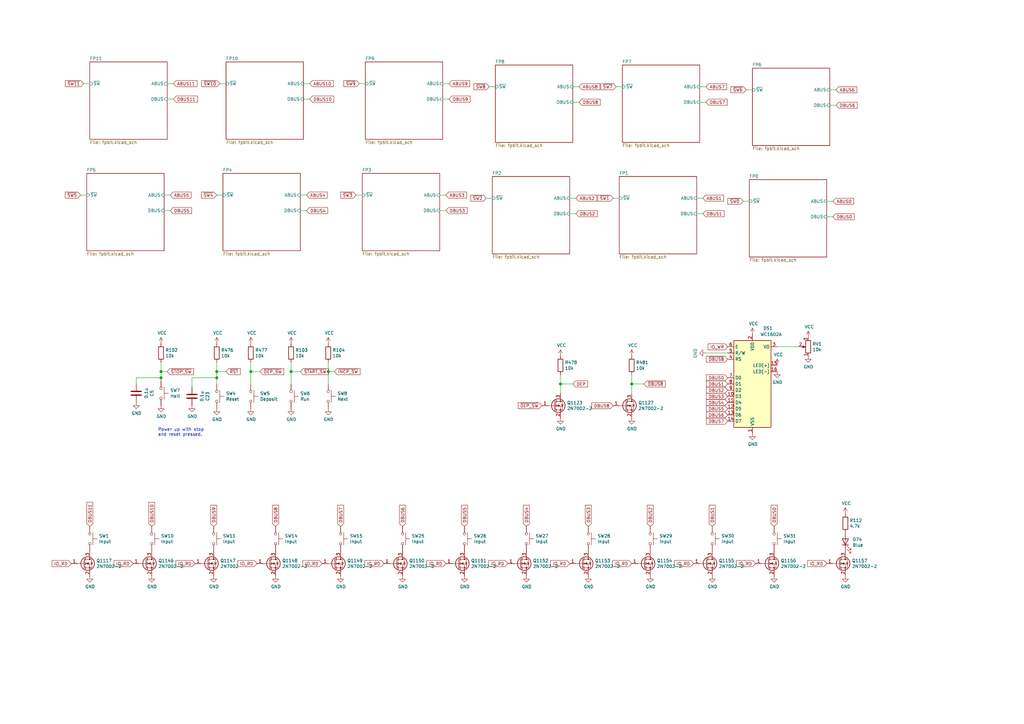
<source format=kicad_sch>
(kicad_sch (version 20210126) (generator eeschema)
  (paper "A3")
  (title_block (title "Q2 Front Panel") (date "2021-01-30") (rev "1") (company "joewing.net"))
  (lib_symbols
    (symbol "Device:C" (pin_numbers hide) (pin_names (offset 0.254))
      (property "Reference" "C" (at 0.635 2.54 0))
      (property "Value" "C" (at 0.635 -2.54 0))
      (symbol "C_0_1"
        (polyline (pts (xy -2.032 -0.762) (xy 2.032 -0.762)) (stroke (width 0.508)))
        (polyline (pts (xy -2.032 0.762) (xy 2.032 0.762)) (stroke (width 0.508)))
      )
      (symbol "C_1_1"
        (pin passive line (at 0 3.81 270) (length 2.794) (name "~") (number "1"))
        (pin passive line (at 0 -3.81 90) (length 2.794) (name "~") (number "2"))
      )
    )
    (symbol "Device:LED" (pin_numbers hide) (pin_names (offset 1.016) hide)
      (property "Reference" "D" (at 0 2.54 0))
      (property "Value" "LED" (at 0 -2.54 0))
      (symbol "LED_0_1"
        (polyline (pts (xy -1.27 -1.27) (xy -1.27 1.27)) (stroke (width 0.254)))
        (polyline (pts (xy -1.27 0) (xy 1.27 0)))
        (polyline (pts (xy 1.27 -1.27) (xy 1.27 1.27) (xy -1.27 0) (xy 1.27 -1.27)) (stroke (width 0.254)))
        (polyline (pts (xy -3.048 -0.762) (xy -4.572 -2.286) (xy -3.81 -2.286) (xy -4.572 -2.286) (xy -4.572 -1.524)))
        (polyline (pts (xy -1.778 -0.762) (xy -3.302 -2.286) (xy -2.54 -2.286) (xy -3.302 -2.286) (xy -3.302 -1.524)))
      )
      (symbol "LED_1_1"
        (pin passive line (at -3.81 0 0) (length 2.54) (name "K") (number "1"))
        (pin passive line (at 3.81 0 180) (length 2.54) (name "A") (number "2"))
      )
    )
    (symbol "Device:R" (pin_numbers hide) (pin_names (offset 0))
      (property "Reference" "R" (at 2.032 0 90))
      (property "Value" "R" (at 0 0 90))
      (symbol "R_0_1"
        (rectangle (start -1.016 -2.54) (end 1.016 2.54) (stroke (width 0.254)))
      )
      (symbol "R_1_1"
        (pin passive line (at 0 3.81 270) (length 1.27) (name "~") (number "1"))
        (pin passive line (at 0 -3.81 90) (length 1.27) (name "~") (number "2"))
      )
    )
    (symbol "Device:R_Potentiometer" (pin_names (offset 1.016) hide)
      (property "Reference" "RV" (at -4.445 0 90))
      (property "Value" "R_Potentiometer" (at -2.54 0 90))
      (symbol "R_Potentiometer_0_1"
        (rectangle (start 1.016 2.54) (end -1.016 -2.54) (stroke (width 0.254)))
        (polyline (pts (xy 2.54 0) (xy 1.524 0)))
        (polyline (pts (xy 1.143 0) (xy 2.286 0.508) (xy 2.286 -0.508) (xy 1.143 0)) (fill (type outline)))
      )
      (symbol "R_Potentiometer_1_1"
        (pin passive line (at 0 3.81 270) (length 1.27) (name "1") (number "1"))
        (pin passive line (at 3.81 0 180) (length 1.27) (name "2") (number "2"))
        (pin passive line (at 0 -3.81 90) (length 1.27) (name "3") (number "3"))
      )
    )
    (symbol "Display_Character:WC1602A"
      (property "Reference" "DS" (at -5.842 19.05 0))
      (property "Value" "WC1602A" (at 5.334 19.05 0))
      (symbol "WC1602A_1_1"
        (rectangle (start -7.62 17.78) (end 7.62 -17.78) (stroke (width 0.254)) (fill (type background)))
        (pin power_in line (at 0 -20.32 90) (length 2.54) (name "VSS") (number "1"))
        (pin input line (at -10.16 -5.08 0) (length 2.54) (name "D3") (number "10"))
        (pin input line (at -10.16 -7.62 0) (length 2.54) (name "D4") (number "11"))
        (pin input line (at -10.16 -10.16 0) (length 2.54) (name "D5") (number "12"))
        (pin input line (at -10.16 -12.7 0) (length 2.54) (name "D6") (number "13"))
        (pin input line (at -10.16 -15.24 0) (length 2.54) (name "D7") (number "14"))
        (pin power_in line (at 10.16 7.62 180) (length 2.54) (name "LED(+)") (number "15"))
        (pin power_in line (at 10.16 5.08 180) (length 2.54) (name "LED(-)") (number "16"))
        (pin power_in line (at 0 20.32 270) (length 2.54) (name "VDD") (number "2"))
        (pin input line (at 10.16 15.24 180) (length 2.54) (name "VO") (number "3"))
        (pin input line (at -10.16 10.16 0) (length 2.54) (name "RS") (number "4"))
        (pin input line (at -10.16 12.7 0) (length 2.54) (name "R/W") (number "5"))
        (pin input line (at -10.16 15.24 0) (length 2.54) (name "E") (number "6"))
        (pin input line (at -10.16 2.54 0) (length 2.54) (name "D0") (number "7"))
        (pin input line (at -10.16 0 0) (length 2.54) (name "D1") (number "8"))
        (pin input line (at -10.16 -2.54 0) (length 2.54) (name "D2") (number "9"))
      )
    )
    (symbol "Switch:SW_Push" (pin_numbers hide) (pin_names (offset 1.016) hide)
      (property "Reference" "SW" (at 1.27 2.54 0))
      (property "Value" "SW_Push" (at 0 -1.524 0))
      (symbol "SW_Push_0_1"
        (circle (center -2.032 0) (radius 0.508))
        (circle (center 2.032 0) (radius 0.508))
        (polyline (pts (xy 0 1.27) (xy 0 3.048)))
        (polyline (pts (xy 2.54 1.27) (xy -2.54 1.27)))
        (pin passive line (at -5.08 0 0) (length 2.54) (name "1") (number "1"))
        (pin passive line (at 5.08 0 180) (length 2.54) (name "2") (number "2"))
      )
    )
    (symbol "Transistor_FET:2N7002" (pin_names hide)
      (property "Reference" "Q" (at 5.08 1.905 0))
      (property "Value" "2N7002" (at 5.08 0 0))
      (symbol "2N7002_0_1"
        (circle (center 1.651 0) (radius 2.794) (stroke (width 0.254)))
        (circle (center 2.54 -1.778) (radius 0.254) (fill (type outline)))
        (circle (center 2.54 1.778) (radius 0.254) (fill (type outline)))
        (polyline (pts (xy 0.254 0) (xy -2.54 0)))
        (polyline (pts (xy 0.254 1.905) (xy 0.254 -1.905)) (stroke (width 0.254)))
        (polyline (pts (xy 0.762 -1.27) (xy 0.762 -2.286)) (stroke (width 0.254)))
        (polyline (pts (xy 0.762 0.508) (xy 0.762 -0.508)) (stroke (width 0.254)))
        (polyline (pts (xy 0.762 2.286) (xy 0.762 1.27)) (stroke (width 0.254)))
        (polyline (pts (xy 2.54 2.54) (xy 2.54 1.778)))
        (polyline (pts (xy 2.54 -2.54) (xy 2.54 0) (xy 0.762 0)))
        (polyline (pts (xy 0.762 -1.778) (xy 3.302 -1.778) (xy 3.302 1.778) (xy 0.762 1.778)))
        (polyline (pts (xy 1.016 0) (xy 2.032 0.381) (xy 2.032 -0.381) (xy 1.016 0)) (fill (type outline)))
        (polyline (pts (xy 2.794 0.508) (xy 2.921 0.381) (xy 3.683 0.381) (xy 3.81 0.254)))
        (polyline (pts (xy 3.302 0.381) (xy 2.921 -0.254) (xy 3.683 -0.254) (xy 3.302 0.381)))
      )
      (symbol "2N7002_1_1"
        (pin input line (at -5.08 0 0) (length 2.54) (name "G") (number "1"))
        (pin passive line (at 2.54 -5.08 90) (length 2.54) (name "S") (number "2"))
        (pin passive line (at 2.54 5.08 270) (length 2.54) (name "D") (number "3"))
      )
    )
    (symbol "power:GND" (power) (pin_names (offset 0))
      (property "Value" "GND" (at 0 -3.81 0))
      (symbol "GND_0_1"
        (polyline (pts (xy 0 0) (xy 0 -1.27) (xy 1.27 -1.27) (xy 0 -2.54) (xy -1.27 -1.27) (xy 0 -1.27)))
      )
      (symbol "GND_1_1"
        (pin power_in line (at 0 0 270) (length 0) hide (name "GND") (number "1"))
      )
    )
    (symbol "power:VCC" (power) (pin_names (offset 0))
      (property "Value" "VCC" (at 0 3.81 0))
      (symbol "VCC_0_1"
        (polyline (pts (xy -0.762 1.27) (xy 0 2.54)))
        (polyline (pts (xy 0 0) (xy 0 2.54)))
        (polyline (pts (xy 0 2.54) (xy 0.762 1.27)))
      )
      (symbol "VCC_1_1"
        (pin power_in line (at 0 0 90) (length 0) hide (name "VCC") (number "1"))
      )
    )
  )
  (junction (at 66.04 152.4) (diameter 1.016))
  (junction (at 66.04 154.94) (diameter 1.016))
  (junction (at 88.9 152.4) (diameter 1.016))
  (junction (at 88.9 154.94) (diameter 1.016))
  (junction (at 102.87 152.4) (diameter 1.016))
  (junction (at 119.38 152.4) (diameter 1.016))
  (junction (at 134.62 152.4) (diameter 1.016))
  (junction (at 229.87 157.48) (diameter 1.016))
  (junction (at 259.08 157.48) (diameter 1.016))
  (wire (pts (xy 33.02 80.01) (xy 35.56 80.01)))
  (wire (pts (xy 34.29 34.29) (xy 36.83 34.29)))
  (wire (pts (xy 55.88 154.94) (xy 55.88 157.48)))
  (wire (pts (xy 55.88 154.94) (xy 66.04 154.94)))
  (wire (pts (xy 66.04 148.59) (xy 66.04 152.4)))
  (wire (pts (xy 66.04 152.4) (xy 66.04 154.94)))
  (wire (pts (xy 66.04 152.4) (xy 68.58 152.4)))
  (wire (pts (xy 66.04 154.94) (xy 66.04 156.21)))
  (wire (pts (xy 69.85 80.01) (xy 67.31 80.01)))
  (wire (pts (xy 69.85 86.36) (xy 67.31 86.36)))
  (wire (pts (xy 71.12 34.29) (xy 68.58 34.29)))
  (wire (pts (xy 71.12 40.64) (xy 68.58 40.64)))
  (wire (pts (xy 78.74 154.94) (xy 78.74 158.75)))
  (wire (pts (xy 88.9 80.01) (xy 91.44 80.01)))
  (wire (pts (xy 88.9 148.59) (xy 88.9 152.4)))
  (wire (pts (xy 88.9 152.4) (xy 88.9 154.94)))
  (wire (pts (xy 88.9 152.4) (xy 92.71 152.4)))
  (wire (pts (xy 88.9 154.94) (xy 78.74 154.94)))
  (wire (pts (xy 88.9 154.94) (xy 88.9 157.48)))
  (wire (pts (xy 90.17 34.29) (xy 92.71 34.29)))
  (wire (pts (xy 102.87 152.4) (xy 102.87 148.59)))
  (wire (pts (xy 102.87 152.4) (xy 106.68 152.4)))
  (wire (pts (xy 102.87 157.48) (xy 102.87 152.4)))
  (wire (pts (xy 119.38 148.59) (xy 119.38 152.4)))
  (wire (pts (xy 119.38 152.4) (xy 119.38 157.48)))
  (wire (pts (xy 123.19 152.4) (xy 119.38 152.4)))
  (wire (pts (xy 125.73 80.01) (xy 123.19 80.01)))
  (wire (pts (xy 125.73 86.36) (xy 123.19 86.36)))
  (wire (pts (xy 127 34.29) (xy 124.46 34.29)))
  (wire (pts (xy 127 40.64) (xy 124.46 40.64)))
  (wire (pts (xy 134.62 148.59) (xy 134.62 152.4)))
  (wire (pts (xy 134.62 152.4) (xy 134.62 157.48)))
  (wire (pts (xy 137.16 152.4) (xy 134.62 152.4)))
  (wire (pts (xy 146.05 80.01) (xy 148.59 80.01)))
  (wire (pts (xy 147.32 34.29) (xy 149.86 34.29)))
  (wire (pts (xy 182.88 80.01) (xy 180.34 80.01)))
  (wire (pts (xy 182.88 86.36) (xy 180.34 86.36)))
  (wire (pts (xy 184.15 34.29) (xy 181.61 34.29)))
  (wire (pts (xy 184.15 40.64) (xy 181.61 40.64)))
  (wire (pts (xy 199.39 81.28) (xy 201.93 81.28)))
  (wire (pts (xy 200.66 35.56) (xy 203.2 35.56)))
  (wire (pts (xy 229.87 153.67) (xy 229.87 157.48)))
  (wire (pts (xy 229.87 157.48) (xy 229.87 161.29)))
  (wire (pts (xy 229.87 157.48) (xy 234.95 157.48)))
  (wire (pts (xy 236.22 81.28) (xy 233.68 81.28)))
  (wire (pts (xy 236.22 87.63) (xy 233.68 87.63)))
  (wire (pts (xy 237.49 35.56) (xy 234.95 35.56)))
  (wire (pts (xy 237.49 41.91) (xy 234.95 41.91)))
  (wire (pts (xy 251.46 81.28) (xy 254 81.28)))
  (wire (pts (xy 252.73 35.56) (xy 255.27 35.56)))
  (wire (pts (xy 259.08 153.67) (xy 259.08 157.48)))
  (wire (pts (xy 259.08 157.48) (xy 259.08 161.29)))
  (wire (pts (xy 259.08 157.48) (xy 264.16 157.48)))
  (wire (pts (xy 288.29 81.28) (xy 285.75 81.28)))
  (wire (pts (xy 288.29 87.63) (xy 285.75 87.63)))
  (wire (pts (xy 289.56 35.56) (xy 287.02 35.56)))
  (wire (pts (xy 289.56 41.91) (xy 287.02 41.91)))
  (wire (pts (xy 289.56 144.78) (xy 298.45 144.78)))
  (wire (pts (xy 304.8 82.55) (xy 307.34 82.55)))
  (wire (pts (xy 306.07 36.83) (xy 308.61 36.83)))
  (wire (pts (xy 318.77 142.24) (xy 327.66 142.24)))
  (wire (pts (xy 341.63 82.55) (xy 339.09 82.55)))
  (wire (pts (xy 341.63 88.9) (xy 339.09 88.9)))
  (wire (pts (xy 342.9 36.83) (xy 340.36 36.83)))
  (wire (pts (xy 342.9 43.18) (xy 340.36 43.18)))
  (text "Power up with stop\nand reset pressed." (at 64.77 179.07 0) (effects (font (size 1.27 1.27)) (justify left bottom)))
  (global_label "IO_RD" (shape input) (at 29.21 231.14 180) (property "Intersheet References" "${INTERSHEET_REFS}" (effects hide)))
  (global_label "~SW5" (shape input) (at 33.02 80.01 180) (property "Intersheet References" "${INTERSHEET_REFS}" (effects hide)))
  (global_label "~SW11" (shape input) (at 34.29 34.29 180) (property "Intersheet References" "${INTERSHEET_REFS}" (effects hide)))
  (global_label "DBUS11" (shape input) (at 36.83 215.9 90) (property "Intersheet References" "${INTERSHEET_REFS}" (effects hide)))
  (global_label "IO_RD" (shape input) (at 54.61 231.14 180) (property "Intersheet References" "${INTERSHEET_REFS}" (effects hide)))
  (global_label "DBUS10" (shape input) (at 62.23 215.9 90) (property "Intersheet References" "${INTERSHEET_REFS}" (effects hide)))
  (global_label "~STOP_SW" (shape input) (at 68.58 152.4 0) (property "Intersheet References" "${INTERSHEET_REFS}" (effects hide)))
  (global_label "ABUS5" (shape input) (at 69.85 80.01 0) (property "Intersheet References" "${INTERSHEET_REFS}" (effects hide)))
  (global_label "DBUS5" (shape input) (at 69.85 86.36 0) (property "Intersheet References" "${INTERSHEET_REFS}" (effects hide)))
  (global_label "ABUS11" (shape input) (at 71.12 34.29 0) (property "Intersheet References" "${INTERSHEET_REFS}" (effects hide)))
  (global_label "DBUS11" (shape input) (at 71.12 40.64 0) (property "Intersheet References" "${INTERSHEET_REFS}" (effects hide)))
  (global_label "IO_RD" (shape input) (at 80.01 231.14 180) (property "Intersheet References" "${INTERSHEET_REFS}" (effects hide)))
  (global_label "DBUS9" (shape input) (at 87.63 215.9 90) (property "Intersheet References" "${INTERSHEET_REFS}" (effects hide)))
  (global_label "~SW4" (shape input) (at 88.9 80.01 180) (property "Intersheet References" "${INTERSHEET_REFS}" (effects hide)))
  (global_label "~SW10" (shape input) (at 90.17 34.29 180) (property "Intersheet References" "${INTERSHEET_REFS}" (effects hide)))
  (global_label "~RST" (shape input) (at 92.71 152.4 0) (property "Intersheet References" "${INTERSHEET_REFS}" (effects hide)))
  (global_label "IO_RD" (shape input) (at 105.41 231.14 180) (property "Intersheet References" "${INTERSHEET_REFS}" (effects hide)))
  (global_label "~DEP_SW" (shape input) (at 106.68 152.4 0) (property "Intersheet References" "${INTERSHEET_REFS}" (effects hide)))
  (global_label "DBUS8" (shape input) (at 113.03 215.9 90) (property "Intersheet References" "${INTERSHEET_REFS}" (effects hide)))
  (global_label "~START_SW" (shape input) (at 123.19 152.4 0) (property "Intersheet References" "${INTERSHEET_REFS}" (effects hide)))
  (global_label "ABUS4" (shape input) (at 125.73 80.01 0) (property "Intersheet References" "${INTERSHEET_REFS}" (effects hide)))
  (global_label "DBUS4" (shape input) (at 125.73 86.36 0) (property "Intersheet References" "${INTERSHEET_REFS}" (effects hide)))
  (global_label "ABUS10" (shape input) (at 127 34.29 0) (property "Intersheet References" "${INTERSHEET_REFS}" (effects hide)))
  (global_label "DBUS10" (shape input) (at 127 40.64 0) (property "Intersheet References" "${INTERSHEET_REFS}" (effects hide)))
  (global_label "IO_RD" (shape input) (at 132.08 231.14 180) (property "Intersheet References" "${INTERSHEET_REFS}" (effects hide)))
  (global_label "~INCP_SW" (shape input) (at 137.16 152.4 0) (property "Intersheet References" "${INTERSHEET_REFS}" (effects hide)))
  (global_label "DBUS7" (shape input) (at 139.7 215.9 90) (property "Intersheet References" "${INTERSHEET_REFS}" (effects hide)))
  (global_label "~SW3" (shape input) (at 146.05 80.01 180) (property "Intersheet References" "${INTERSHEET_REFS}" (effects hide)))
  (global_label "~SW9" (shape input) (at 147.32 34.29 180) (property "Intersheet References" "${INTERSHEET_REFS}" (effects hide)))
  (global_label "IO_RD" (shape input) (at 157.48 231.14 180) (property "Intersheet References" "${INTERSHEET_REFS}" (effects hide)))
  (global_label "DBUS6" (shape input) (at 165.1 215.9 90) (property "Intersheet References" "${INTERSHEET_REFS}" (effects hide)))
  (global_label "ABUS3" (shape input) (at 182.88 80.01 0) (property "Intersheet References" "${INTERSHEET_REFS}" (effects hide)))
  (global_label "DBUS3" (shape input) (at 182.88 86.36 0) (property "Intersheet References" "${INTERSHEET_REFS}" (effects hide)))
  (global_label "IO_RD" (shape input) (at 182.88 231.14 180) (property "Intersheet References" "${INTERSHEET_REFS}" (effects hide)))
  (global_label "ABUS9" (shape input) (at 184.15 34.29 0) (property "Intersheet References" "${INTERSHEET_REFS}" (effects hide)))
  (global_label "DBUS9" (shape input) (at 184.15 40.64 0) (property "Intersheet References" "${INTERSHEET_REFS}" (effects hide)))
  (global_label "DBUS5" (shape input) (at 190.5 215.9 90) (property "Intersheet References" "${INTERSHEET_REFS}" (effects hide)))
  (global_label "~SW2" (shape input) (at 199.39 81.28 180) (property "Intersheet References" "${INTERSHEET_REFS}" (effects hide)))
  (global_label "~SW8" (shape input) (at 200.66 35.56 180) (property "Intersheet References" "${INTERSHEET_REFS}" (effects hide)))
  (global_label "IO_RD" (shape input) (at 208.28 231.14 180) (property "Intersheet References" "${INTERSHEET_REFS}" (effects hide)))
  (global_label "DBUS4" (shape input) (at 215.9 215.9 90) (property "Intersheet References" "${INTERSHEET_REFS}" (effects hide)))
  (global_label "~DEP_SW" (shape input) (at 222.25 166.37 180) (property "Intersheet References" "${INTERSHEET_REFS}" (effects hide)))
  (global_label "IO_RD" (shape input) (at 233.68 231.14 180) (property "Intersheet References" "${INTERSHEET_REFS}" (effects hide)))
  (global_label "DEP" (shape input) (at 234.95 157.48 0) (property "Intersheet References" "${INTERSHEET_REFS}" (effects hide)))
  (global_label "ABUS2" (shape input) (at 236.22 81.28 0) (property "Intersheet References" "${INTERSHEET_REFS}" (effects hide)))
  (global_label "DBUS2" (shape input) (at 236.22 87.63 0) (property "Intersheet References" "${INTERSHEET_REFS}" (effects hide)))
  (global_label "ABUS8" (shape input) (at 237.49 35.56 0) (property "Intersheet References" "${INTERSHEET_REFS}" (effects hide)))
  (global_label "DBUS8" (shape input) (at 237.49 41.91 0) (property "Intersheet References" "${INTERSHEET_REFS}" (effects hide)))
  (global_label "DBUS3" (shape input) (at 241.3 215.9 90) (property "Intersheet References" "${INTERSHEET_REFS}" (effects hide)))
  (global_label "~SW1" (shape input) (at 251.46 81.28 180) (property "Intersheet References" "${INTERSHEET_REFS}" (effects hide)))
  (global_label "DBUS8" (shape input) (at 251.46 166.37 180) (property "Intersheet References" "${INTERSHEET_REFS}" (effects hide)))
  (global_label "~SW7" (shape input) (at 252.73 35.56 180) (property "Intersheet References" "${INTERSHEET_REFS}" (effects hide)))
  (global_label "IO_RD" (shape input) (at 259.08 231.14 180) (property "Intersheet References" "${INTERSHEET_REFS}" (effects hide)))
  (global_label "~DBUS8" (shape input) (at 264.16 157.48 0) (property "Intersheet References" "${INTERSHEET_REFS}" (effects hide)))
  (global_label "DBUS2" (shape input) (at 266.7 215.9 90) (property "Intersheet References" "${INTERSHEET_REFS}" (effects hide)))
  (global_label "IO_RD" (shape input) (at 284.48 231.14 180) (property "Intersheet References" "${INTERSHEET_REFS}" (effects hide)))
  (global_label "ABUS1" (shape input) (at 288.29 81.28 0) (property "Intersheet References" "${INTERSHEET_REFS}" (effects hide)))
  (global_label "DBUS1" (shape input) (at 288.29 87.63 0) (property "Intersheet References" "${INTERSHEET_REFS}" (effects hide)))
  (global_label "ABUS7" (shape input) (at 289.56 35.56 0) (property "Intersheet References" "${INTERSHEET_REFS}" (effects hide)))
  (global_label "DBUS7" (shape input) (at 289.56 41.91 0) (property "Intersheet References" "${INTERSHEET_REFS}" (effects hide)))
  (global_label "DBUS1" (shape input) (at 292.1 215.9 90) (property "Intersheet References" "${INTERSHEET_REFS}" (effects hide)))
  (global_label "IO_WR" (shape input) (at 298.45 142.24 180) (property "Intersheet References" "${INTERSHEET_REFS}" (effects hide)))
  (global_label "~DBUS8" (shape input) (at 298.45 147.32 180) (property "Intersheet References" "${INTERSHEET_REFS}" (effects hide)))
  (global_label "DBUS0" (shape input) (at 298.45 154.94 180) (property "Intersheet References" "${INTERSHEET_REFS}" (effects hide)))
  (global_label "DBUS1" (shape input) (at 298.45 157.48 180) (property "Intersheet References" "${INTERSHEET_REFS}" (effects hide)))
  (global_label "DBUS2" (shape input) (at 298.45 160.02 180) (property "Intersheet References" "${INTERSHEET_REFS}" (effects hide)))
  (global_label "DBUS3" (shape input) (at 298.45 162.56 180) (property "Intersheet References" "${INTERSHEET_REFS}" (effects hide)))
  (global_label "DBUS4" (shape input) (at 298.45 165.1 180) (property "Intersheet References" "${INTERSHEET_REFS}" (effects hide)))
  (global_label "DBUS5" (shape input) (at 298.45 167.64 180) (property "Intersheet References" "${INTERSHEET_REFS}" (effects hide)))
  (global_label "DBUS6" (shape input) (at 298.45 170.18 180) (property "Intersheet References" "${INTERSHEET_REFS}" (effects hide)))
  (global_label "DBUS7" (shape input) (at 298.45 172.72 180) (property "Intersheet References" "${INTERSHEET_REFS}" (effects hide)))
  (global_label "~SW0" (shape input) (at 304.8 82.55 180) (property "Intersheet References" "${INTERSHEET_REFS}" (effects hide)))
  (global_label "~SW6" (shape input) (at 306.07 36.83 180) (property "Intersheet References" "${INTERSHEET_REFS}" (effects hide)))
  (global_label "IO_RD" (shape input) (at 309.88 231.14 180) (property "Intersheet References" "${INTERSHEET_REFS}" (effects hide)))
  (global_label "DBUS0" (shape input) (at 317.5 215.9 90) (property "Intersheet References" "${INTERSHEET_REFS}" (effects hide)))
  (global_label "IO_RD" (shape input) (at 339.09 231.14 180) (property "Intersheet References" "${INTERSHEET_REFS}" (effects hide)))
  (global_label "ABUS0" (shape input) (at 341.63 82.55 0) (property "Intersheet References" "${INTERSHEET_REFS}" (effects hide)))
  (global_label "DBUS0" (shape input) (at 341.63 88.9 0) (property "Intersheet References" "${INTERSHEET_REFS}" (effects hide)))
  (global_label "ABUS6" (shape input) (at 342.9 36.83 0) (property "Intersheet References" "${INTERSHEET_REFS}" (effects hide)))
  (global_label "DBUS6" (shape input) (at 342.9 43.18 0) (property "Intersheet References" "${INTERSHEET_REFS}" (effects hide)))
  (symbol (lib_id "power:VCC") (at 66.04 140.97 0) (unit 1)
    (property "Reference" "#PWR077" (effects hide))
    (property "Value" "VCC" (at 66.4718 136.5758 0))
  )
  (symbol (lib_id "power:VCC") (at 88.9 140.97 0) (unit 1)
    (property "Reference" "#PWR0956" (effects hide))
    (property "Value" "VCC" (at 89.3318 136.5758 0))
  )
  (symbol (lib_id "power:VCC") (at 102.87 140.97 0) (unit 1)
    (property "Reference" "#PWR0957" (effects hide))
    (property "Value" "VCC" (at 103.3018 136.5758 0))
  )
  (symbol (lib_id "power:VCC") (at 119.38 140.97 0) (unit 1)
    (property "Reference" "#PWR078" (effects hide))
    (property "Value" "VCC" (at 119.8118 136.5758 0))
  )
  (symbol (lib_id "power:VCC") (at 134.62 140.97 0) (unit 1)
    (property "Reference" "#PWR079" (effects hide))
    (property "Value" "VCC" (at 135.0518 136.5758 0))
  )
  (symbol (lib_id "power:VCC") (at 229.87 146.05 0) (unit 1)
    (property "Reference" "#PWR0958" (effects hide))
    (property "Value" "VCC" (at 230.3018 141.6558 0))
  )
  (symbol (lib_id "power:VCC") (at 259.08 146.05 0) (unit 1)
    (property "Reference" "#PWR0973" (effects hide))
    (property "Value" "VCC" (at 259.5118 141.6558 0))
  )
  (symbol (lib_id "power:VCC") (at 308.61 137.16 0) (unit 1)
    (property "Reference" "#PWR0971" (effects hide))
    (property "Value" "VCC" (at 309.0418 132.7658 0))
  )
  (symbol (lib_id "power:VCC") (at 318.77 149.86 0) (unit 1)
    (property "Reference" "#PWR0979" (effects hide))
    (property "Value" "VCC" (at 319.2018 145.4658 0))
  )
  (symbol (lib_id "power:VCC") (at 331.47 138.43 0) (unit 1)
    (property "Reference" "#PWR0978" (effects hide))
    (property "Value" "VCC" (at 331.9018 134.0358 0))
  )
  (symbol (lib_id "power:VCC") (at 346.71 210.82 0) (unit 1)
    (property "Reference" "#PWR01072" (effects hide))
    (property "Value" "VCC" (at 347.1418 206.4258 0))
  )
  (symbol (lib_id "power:GND") (at 36.83 236.22 0) (unit 1)
    (property "Reference" "#PWR01046" (effects hide))
    (property "Value" "GND" (at 36.957 240.6142 0))
  )
  (symbol (lib_id "power:GND") (at 55.88 165.1 0) (unit 1)
    (property "Reference" "#PWR080" (effects hide))
    (property "Value" "GND" (at 56.007 169.4942 0))
  )
  (symbol (lib_id "power:GND") (at 62.23 236.22 0) (unit 1)
    (property "Reference" "#PWR01047" (effects hide))
    (property "Value" "GND" (at 62.357 240.6142 0))
  )
  (symbol (lib_id "power:GND") (at 66.04 166.37 0) (unit 1)
    (property "Reference" "#PWR0962" (effects hide))
    (property "Value" "GND" (at 66.167 170.7642 0))
  )
  (symbol (lib_id "power:GND") (at 78.74 166.37 0) (unit 1)
    (property "Reference" "#PWR01042" (effects hide))
    (property "Value" "GND" (at 78.867 170.7642 0))
  )
  (symbol (lib_id "power:GND") (at 87.63 236.22 0) (unit 1)
    (property "Reference" "#PWR01048" (effects hide))
    (property "Value" "GND" (at 87.757 240.6142 0))
  )
  (symbol (lib_id "power:GND") (at 88.9 167.64 0) (unit 1)
    (property "Reference" "#PWR0959" (effects hide))
    (property "Value" "GND" (at 89.027 172.0342 0))
  )
  (symbol (lib_id "power:GND") (at 102.87 167.64 0) (unit 1)
    (property "Reference" "#PWR0960" (effects hide))
    (property "Value" "GND" (at 102.997 172.0342 0))
  )
  (symbol (lib_id "power:GND") (at 113.03 236.22 0) (unit 1)
    (property "Reference" "#PWR01049" (effects hide))
    (property "Value" "GND" (at 113.157 240.6142 0))
  )
  (symbol (lib_id "power:GND") (at 119.38 167.64 0) (unit 1)
    (property "Reference" "#PWR0961" (effects hide))
    (property "Value" "GND" (at 119.507 172.0342 0))
  )
  (symbol (lib_id "power:GND") (at 134.62 167.64 0) (unit 1)
    (property "Reference" "#PWR0963" (effects hide))
    (property "Value" "GND" (at 134.747 172.0342 0))
  )
  (symbol (lib_id "power:GND") (at 139.7 236.22 0) (unit 1)
    (property "Reference" "#PWR01050" (effects hide))
    (property "Value" "GND" (at 139.827 240.6142 0))
  )
  (symbol (lib_id "power:GND") (at 165.1 236.22 0) (unit 1)
    (property "Reference" "#PWR01051" (effects hide))
    (property "Value" "GND" (at 165.227 240.6142 0))
  )
  (symbol (lib_id "power:GND") (at 190.5 236.22 0) (unit 1)
    (property "Reference" "#PWR01052" (effects hide))
    (property "Value" "GND" (at 190.627 240.6142 0))
  )
  (symbol (lib_id "power:GND") (at 215.9 236.22 0) (unit 1)
    (property "Reference" "#PWR01053" (effects hide))
    (property "Value" "GND" (at 216.027 240.6142 0))
  )
  (symbol (lib_id "power:GND") (at 229.87 171.45 0) (unit 1)
    (property "Reference" "#PWR0964" (effects hide))
    (property "Value" "GND" (at 229.997 175.8442 0))
  )
  (symbol (lib_id "power:GND") (at 241.3 236.22 0) (unit 1)
    (property "Reference" "#PWR01054" (effects hide))
    (property "Value" "GND" (at 241.427 240.6142 0))
  )
  (symbol (lib_id "power:GND") (at 259.08 171.45 0) (unit 1)
    (property "Reference" "#PWR0974" (effects hide))
    (property "Value" "GND" (at 259.207 175.8442 0))
  )
  (symbol (lib_id "power:GND") (at 266.7 236.22 0) (unit 1)
    (property "Reference" "#PWR01055" (effects hide))
    (property "Value" "GND" (at 266.827 240.6142 0))
  )
  (symbol (lib_id "power:GND") (at 289.56 144.78 270) (unit 1)
    (property "Reference" "#PWR0975" (effects hide))
    (property "Value" "GND" (at 285.1658 144.907 0))
  )
  (symbol (lib_id "power:GND") (at 292.1 236.22 0) (unit 1)
    (property "Reference" "#PWR01056" (effects hide))
    (property "Value" "GND" (at 292.227 240.6142 0))
  )
  (symbol (lib_id "power:GND") (at 308.61 177.8 0) (unit 1)
    (property "Reference" "#PWR0972" (effects hide))
    (property "Value" "GND" (at 308.737 182.1942 0))
  )
  (symbol (lib_id "power:GND") (at 317.5 236.22 0) (unit 1)
    (property "Reference" "#PWR01057" (effects hide))
    (property "Value" "GND" (at 317.627 240.6142 0))
  )
  (symbol (lib_id "power:GND") (at 318.77 152.4 0) (unit 1)
    (property "Reference" "#PWR0976" (effects hide))
    (property "Value" "GND" (at 318.897 156.7942 0))
  )
  (symbol (lib_id "power:GND") (at 331.47 146.05 0) (unit 1)
    (property "Reference" "#PWR0977" (effects hide))
    (property "Value" "GND" (at 331.597 150.4442 0))
  )
  (symbol (lib_id "power:GND") (at 346.71 236.22 0) (unit 1)
    (property "Reference" "#PWR01073" (effects hide))
    (property "Value" "GND" (at 346.837 240.6142 0))
  )
  (symbol (lib_id "Device:R") (at 66.04 144.78 0) (unit 1)
    (property "Reference" "R102" (at 67.818 143.6116 0) (effects (justify left)))
    (property "Value" "10k" (at 67.818 145.923 0) (effects (justify left)))
    (property "Footprint" "Resistor_SMD:R_0805_2012Metric" (effects hide))
    (property "LCSC" "C17414" (effects hide))
  )
  (symbol (lib_id "Device:R") (at 88.9 144.78 0) (unit 1)
    (property "Reference" "R476" (at 90.678 143.6116 0) (effects (justify left)))
    (property "Value" "10k" (at 90.678 145.923 0) (effects (justify left)))
    (property "Footprint" "Resistor_SMD:R_0805_2012Metric" (effects hide))
    (property "LCSC" "C17414" (effects hide))
  )
  (symbol (lib_id "Device:R") (at 102.87 144.78 0) (unit 1)
    (property "Reference" "R477" (at 104.648 143.6116 0) (effects (justify left)))
    (property "Value" "10k" (at 104.648 145.923 0) (effects (justify left)))
    (property "Footprint" "Resistor_SMD:R_0805_2012Metric" (effects hide))
    (property "LCSC" "C17414" (effects hide))
  )
  (symbol (lib_id "Device:R") (at 119.38 144.78 0) (unit 1)
    (property "Reference" "R103" (at 121.158 143.6116 0) (effects (justify left)))
    (property "Value" "10k" (at 121.158 145.923 0) (effects (justify left)))
    (property "Footprint" "Resistor_SMD:R_0805_2012Metric" (effects hide))
    (property "LCSC" "C17414" (effects hide))
  )
  (symbol (lib_id "Device:R") (at 134.62 144.78 0) (unit 1)
    (property "Reference" "R104" (at 136.398 143.6116 0) (effects (justify left)))
    (property "Value" "10k" (at 136.398 145.923 0) (effects (justify left)))
    (property "Footprint" "Resistor_SMD:R_0805_2012Metric" (effects hide))
    (property "LCSC" "C17414" (effects hide))
  )
  (symbol (lib_id "Device:R") (at 229.87 149.86 0) (unit 1)
    (property "Reference" "R478" (at 231.648 148.6916 0) (effects (justify left)))
    (property "Value" "10k" (at 231.648 151.003 0) (effects (justify left)))
    (property "Footprint" "Resistor_SMD:R_0805_2012Metric" (effects hide))
    (property "LCSC" "C17414" (effects hide))
  )
  (symbol (lib_id "Device:R") (at 259.08 149.86 0) (unit 1)
    (property "Reference" "R481" (at 260.858 148.6916 0) (effects (justify left)))
    (property "Value" "10k" (at 260.858 151.003 0) (effects (justify left)))
    (property "Footprint" "Resistor_SMD:R_0805_2012Metric" (effects hide))
    (property "LCSC" "C17414" (effects hide))
  )
  (symbol (lib_id "Device:R") (at 346.71 214.63 0) (unit 1)
    (property "Reference" "R112" (at 348.488 213.4616 0) (effects (justify left)))
    (property "Value" "4.7k" (at 348.488 215.773 0) (effects (justify left)))
    (property "Footprint" "Resistor_SMD:R_0805_2012Metric" (effects hide))
    (property "LCSC" "C17673" (effects hide))
  )
  (symbol (lib_id "Device:LED") (at 346.71 222.25 90) (unit 1)
    (property "Reference" "D74" (at 349.6818 221.2594 90) (effects (justify right)))
    (property "Value" "Blue" (at 349.6818 223.5708 90) (effects (justify right)))
    (property "Footprint" "LED_SMD:LED_0805_2012Metric" (effects hide))
    (property "LCSC" "C2293" (effects hide))
  )
  (symbol (lib_id "Device:C") (at 55.88 161.29 180) (unit 1)
    (property "Reference" "C5" (at 62.2808 161.29 90))
    (property "Value" "0.1u" (at 59.9694 161.29 90))
    (property "Footprint" "Capacitor_SMD:C_0805_2012Metric" (effects hide))
    (property "LCSC" "C49678" (effects hide))
  )
  (symbol (lib_id "Device:C") (at 78.74 162.56 180) (unit 1)
    (property "Reference" "C23" (at 85.1408 162.56 90))
    (property "Value" "0.1u" (at 82.8294 162.56 90))
    (property "Footprint" "Capacitor_SMD:C_0805_2012Metric" (effects hide))
    (property "LCSC" "C49678" (effects hide))
  )
  (symbol (lib_id "Switch:SW_Push") (at 36.83 220.98 270) (unit 1)
    (property "Reference" "SW1" (at 40.5892 219.8116 90) (effects (justify left)))
    (property "Value" "Input" (at 40.5892 222.123 90) (effects (justify left)))
    (property "Footprint" "Button_Switch_SMD:SW_SPST_TL3342" (effects hide))
    (property "LCSC" "C318884" (effects hide))
  )
  (symbol (lib_id "Switch:SW_Push") (at 62.23 220.98 270) (unit 1)
    (property "Reference" "SW10" (at 65.9892 219.8116 90) (effects (justify left)))
    (property "Value" "Input" (at 65.9892 222.123 90) (effects (justify left)))
    (property "Footprint" "Button_Switch_SMD:SW_SPST_TL3342" (effects hide))
    (property "LCSC" "C318884" (effects hide))
  )
  (symbol (lib_id "Switch:SW_Push") (at 66.04 161.29 270) (unit 1)
    (property "Reference" "SW7" (at 69.7992 160.1216 90) (effects (justify left)))
    (property "Value" "Halt" (at 69.7992 162.433 90) (effects (justify left)))
    (property "Footprint" "Button_Switch_SMD:SW_SPST_TL3342" (effects hide))
    (property "LCSC" "C318884" (effects hide))
  )
  (symbol (lib_id "Switch:SW_Push") (at 87.63 220.98 270) (unit 1)
    (property "Reference" "SW11" (at 91.3892 219.8116 90) (effects (justify left)))
    (property "Value" "Input" (at 91.3892 222.123 90) (effects (justify left)))
    (property "Footprint" "Button_Switch_SMD:SW_SPST_TL3342" (effects hide))
    (property "LCSC" "C318884" (effects hide))
  )
  (symbol (lib_id "Switch:SW_Push") (at 88.9 162.56 270) (unit 1)
    (property "Reference" "SW4" (at 92.6592 161.3916 90) (effects (justify left)))
    (property "Value" "Reset" (at 92.6592 163.703 90) (effects (justify left)))
    (property "Footprint" "Button_Switch_SMD:SW_SPST_TL3342" (effects hide))
    (property "LCSC" "C318884" (effects hide))
  )
  (symbol (lib_id "Switch:SW_Push") (at 102.87 162.56 270) (unit 1)
    (property "Reference" "SW5" (at 106.6292 161.3916 90) (effects (justify left)))
    (property "Value" "Deposit" (at 106.6292 163.703 90) (effects (justify left)))
    (property "Footprint" "Button_Switch_SMD:SW_SPST_TL3342" (effects hide))
    (property "LCSC" "C318884" (effects hide))
  )
  (symbol (lib_id "Switch:SW_Push") (at 113.03 220.98 270) (unit 1)
    (property "Reference" "SW14" (at 116.7892 219.8116 90) (effects (justify left)))
    (property "Value" "Input" (at 116.7892 222.123 90) (effects (justify left)))
    (property "Footprint" "Button_Switch_SMD:SW_SPST_TL3342" (effects hide))
    (property "LCSC" "C318884" (effects hide))
  )
  (symbol (lib_id "Switch:SW_Push") (at 119.38 162.56 270) (unit 1)
    (property "Reference" "SW6" (at 123.1392 161.3916 90) (effects (justify left)))
    (property "Value" "Run" (at 123.1392 163.703 90) (effects (justify left)))
    (property "Footprint" "Button_Switch_SMD:SW_SPST_TL3342" (effects hide))
    (property "LCSC" "C318884" (effects hide))
  )
  (symbol (lib_id "Switch:SW_Push") (at 134.62 162.56 270) (unit 1)
    (property "Reference" "SW8" (at 138.3792 161.3916 90) (effects (justify left)))
    (property "Value" "Next" (at 138.3792 163.703 90) (effects (justify left)))
    (property "Footprint" "Button_Switch_SMD:SW_SPST_TL3342" (effects hide))
    (property "LCSC" "C318884" (effects hide))
  )
  (symbol (lib_id "Switch:SW_Push") (at 139.7 220.98 270) (unit 1)
    (property "Reference" "SW15" (at 143.4592 219.8116 90) (effects (justify left)))
    (property "Value" "Input" (at 143.4592 222.123 90) (effects (justify left)))
    (property "Footprint" "Button_Switch_SMD:SW_SPST_TL3342" (effects hide))
    (property "LCSC" "C318884" (effects hide))
  )
  (symbol (lib_id "Switch:SW_Push") (at 165.1 220.98 270) (unit 1)
    (property "Reference" "SW25" (at 168.8592 219.8116 90) (effects (justify left)))
    (property "Value" "Input" (at 168.8592 222.123 90) (effects (justify left)))
    (property "Footprint" "Button_Switch_SMD:SW_SPST_TL3342" (effects hide))
    (property "LCSC" "C318884" (effects hide))
  )
  (symbol (lib_id "Switch:SW_Push") (at 190.5 220.98 270) (unit 1)
    (property "Reference" "SW26" (at 194.2592 219.8116 90) (effects (justify left)))
    (property "Value" "Input" (at 194.2592 222.123 90) (effects (justify left)))
    (property "Footprint" "Button_Switch_SMD:SW_SPST_TL3342" (effects hide))
    (property "LCSC" "C318884" (effects hide))
  )
  (symbol (lib_id "Switch:SW_Push") (at 215.9 220.98 270) (unit 1)
    (property "Reference" "SW27" (at 219.6592 219.8116 90) (effects (justify left)))
    (property "Value" "Input" (at 219.6592 222.123 90) (effects (justify left)))
    (property "Footprint" "Button_Switch_SMD:SW_SPST_TL3342" (effects hide))
    (property "LCSC" "C318884" (effects hide))
  )
  (symbol (lib_id "Switch:SW_Push") (at 241.3 220.98 270) (unit 1)
    (property "Reference" "SW28" (at 245.0592 219.8116 90) (effects (justify left)))
    (property "Value" "Input" (at 245.0592 222.123 90) (effects (justify left)))
    (property "Footprint" "Button_Switch_SMD:SW_SPST_TL3342" (effects hide))
    (property "LCSC" "C318884" (effects hide))
  )
  (symbol (lib_id "Switch:SW_Push") (at 266.7 220.98 270) (unit 1)
    (property "Reference" "SW29" (at 270.4592 219.8116 90) (effects (justify left)))
    (property "Value" "Input" (at 270.4592 222.123 90) (effects (justify left)))
    (property "Footprint" "Button_Switch_SMD:SW_SPST_TL3342" (effects hide))
    (property "LCSC" "C318884" (effects hide))
  )
  (symbol (lib_id "Switch:SW_Push") (at 292.1 220.98 270) (unit 1)
    (property "Reference" "SW30" (at 295.8592 219.8116 90) (effects (justify left)))
    (property "Value" "Input" (at 295.8592 222.123 90) (effects (justify left)))
    (property "Footprint" "Button_Switch_SMD:SW_SPST_TL3342" (effects hide))
    (property "LCSC" "C318884" (effects hide))
  )
  (symbol (lib_id "Switch:SW_Push") (at 317.5 220.98 270) (unit 1)
    (property "Reference" "SW31" (at 321.2592 219.8116 90) (effects (justify left)))
    (property "Value" "Input" (at 321.2592 222.123 90) (effects (justify left)))
    (property "Footprint" "Button_Switch_SMD:SW_SPST_TL3342" (effects hide))
    (property "LCSC" "C318884" (effects hide))
  )
  (symbol (lib_id "Device:R_Potentiometer") (at 331.47 142.24 180) (unit 1)
    (property "Reference" "RV1" (at 333.248 141.0716 0) (effects (justify right)))
    (property "Value" "10k" (at 333.248 143.383 0) (effects (justify right)))
    (property "Footprint" "Potentiometer_THT:Potentiometer_Bourns_3386F_Vertical" (effects hide))
  )
  (symbol (lib_id "Transistor_FET:2N7002") (at 34.29 231.14 0) (unit 1)
    (property "Reference" "Q1117" (at 39.5224 229.9716 0) (effects (justify left)))
    (property "Value" "2N7002-2" (at 39.522 232.283 0) (effects (justify left)))
    (property "Footprint" "Package_TO_SOT_SMD:SOT-23" (effects hide))
    (property "Datasheet" "https://www.fairchildsemi.com/datasheets/2N/2N7002.pdf" (effects hide))
    (property "LCSC" "C8545" (effects hide))
  )
  (symbol (lib_id "Transistor_FET:2N7002") (at 59.69 231.14 0) (unit 1)
    (property "Reference" "Q1146" (at 64.9224 229.9716 0) (effects (justify left)))
    (property "Value" "2N7002-2" (at 64.922 232.283 0) (effects (justify left)))
    (property "Footprint" "Package_TO_SOT_SMD:SOT-23" (effects hide))
    (property "Datasheet" "https://www.fairchildsemi.com/datasheets/2N/2N7002.pdf" (effects hide))
    (property "LCSC" "C8545" (effects hide))
  )
  (symbol (lib_id "Transistor_FET:2N7002") (at 85.09 231.14 0) (unit 1)
    (property "Reference" "Q1147" (at 90.3224 229.9716 0) (effects (justify left)))
    (property "Value" "2N7002" (at 90.3224 232.283 0) (effects (justify left)))
    (property "Footprint" "Package_TO_SOT_SMD:SOT-23" (effects hide))
    (property "Datasheet" "https://www.fairchildsemi.com/datasheets/2N/2N7002.pdf" (effects hide))
    (property "LCSC" "C8545" (effects hide))
  )
  (symbol (lib_id "Transistor_FET:2N7002") (at 110.49 231.14 0) (unit 1)
    (property "Reference" "Q1148" (at 115.7224 229.9716 0) (effects (justify left)))
    (property "Value" "2N7002-2" (at 115.722 232.283 0) (effects (justify left)))
    (property "Footprint" "Package_TO_SOT_SMD:SOT-23" (effects hide))
    (property "Datasheet" "https://www.fairchildsemi.com/datasheets/2N/2N7002.pdf" (effects hide))
    (property "LCSC" "C8545" (effects hide))
  )
  (symbol (lib_id "Transistor_FET:2N7002") (at 137.16 231.14 0) (unit 1)
    (property "Reference" "Q1149" (at 142.3924 229.9716 0) (effects (justify left)))
    (property "Value" "2N7002-2" (at 142.392 232.283 0) (effects (justify left)))
    (property "Footprint" "Package_TO_SOT_SMD:SOT-23" (effects hide))
    (property "Datasheet" "https://www.fairchildsemi.com/datasheets/2N/2N7002.pdf" (effects hide))
    (property "LCSC" "C8545" (effects hide))
  )
  (symbol (lib_id "Transistor_FET:2N7002") (at 162.56 231.14 0) (unit 1)
    (property "Reference" "Q1150" (at 167.7924 229.9716 0) (effects (justify left)))
    (property "Value" "2N7002-2" (at 167.792 232.283 0) (effects (justify left)))
    (property "Footprint" "Package_TO_SOT_SMD:SOT-23" (effects hide))
    (property "Datasheet" "https://www.fairchildsemi.com/datasheets/2N/2N7002.pdf" (effects hide))
    (property "LCSC" "C8545" (effects hide))
  )
  (symbol (lib_id "Transistor_FET:2N7002") (at 187.96 231.14 0) (unit 1)
    (property "Reference" "Q1151" (at 193.1924 229.9716 0) (effects (justify left)))
    (property "Value" "2N7002-2" (at 193.192 232.283 0) (effects (justify left)))
    (property "Footprint" "Package_TO_SOT_SMD:SOT-23" (effects hide))
    (property "Datasheet" "https://www.fairchildsemi.com/datasheets/2N/2N7002.pdf" (effects hide))
    (property "LCSC" "C8545" (effects hide))
  )
  (symbol (lib_id "Transistor_FET:2N7002") (at 213.36 231.14 0) (unit 1)
    (property "Reference" "Q1152" (at 218.5924 229.9716 0) (effects (justify left)))
    (property "Value" "2N7002-2" (at 218.592 232.283 0) (effects (justify left)))
    (property "Footprint" "Package_TO_SOT_SMD:SOT-23" (effects hide))
    (property "Datasheet" "https://www.fairchildsemi.com/datasheets/2N/2N7002.pdf" (effects hide))
    (property "LCSC" "C8545" (effects hide))
  )
  (symbol (lib_id "Transistor_FET:2N7002") (at 227.33 166.37 0) (unit 1)
    (property "Reference" "Q1123" (at 232.5624 165.2016 0) (effects (justify left)))
    (property "Value" "2N7002-2" (at 232.562 167.513 0) (effects (justify left)))
    (property "Footprint" "Package_TO_SOT_SMD:SOT-23" (effects hide))
    (property "Datasheet" "https://www.fairchildsemi.com/datasheets/2N/2N7002.pdf" (effects hide))
    (property "LCSC" "C8545" (effects hide))
  )
  (symbol (lib_id "Transistor_FET:2N7002") (at 238.76 231.14 0) (unit 1)
    (property "Reference" "Q1153" (at 243.9924 229.9716 0) (effects (justify left)))
    (property "Value" "2N7002-2" (at 243.992 232.283 0) (effects (justify left)))
    (property "Footprint" "Package_TO_SOT_SMD:SOT-23" (effects hide))
    (property "Datasheet" "https://www.fairchildsemi.com/datasheets/2N/2N7002.pdf" (effects hide))
    (property "LCSC" "C8545" (effects hide))
  )
  (symbol (lib_id "Transistor_FET:2N7002") (at 256.54 166.37 0) (unit 1)
    (property "Reference" "Q1127" (at 261.7724 165.2016 0) (effects (justify left)))
    (property "Value" "2N7002-2" (at 261.772 167.513 0) (effects (justify left)))
    (property "Footprint" "Package_TO_SOT_SMD:SOT-23" (effects hide))
    (property "Datasheet" "https://www.fairchildsemi.com/datasheets/2N/2N7002.pdf" (effects hide))
    (property "LCSC" "C8545" (effects hide))
  )
  (symbol (lib_id "Transistor_FET:2N7002") (at 264.16 231.14 0) (unit 1)
    (property "Reference" "Q1154" (at 269.3924 229.9716 0) (effects (justify left)))
    (property "Value" "2N7002-2" (at 269.392 232.283 0) (effects (justify left)))
    (property "Footprint" "Package_TO_SOT_SMD:SOT-23" (effects hide))
    (property "Datasheet" "https://www.fairchildsemi.com/datasheets/2N/2N7002.pdf" (effects hide))
    (property "LCSC" "C8545" (effects hide))
  )
  (symbol (lib_id "Transistor_FET:2N7002") (at 289.56 231.14 0) (unit 1)
    (property "Reference" "Q1155" (at 294.7924 229.9716 0) (effects (justify left)))
    (property "Value" "2N7002-2" (at 294.792 232.283 0) (effects (justify left)))
    (property "Footprint" "Package_TO_SOT_SMD:SOT-23" (effects hide))
    (property "Datasheet" "https://www.fairchildsemi.com/datasheets/2N/2N7002.pdf" (effects hide))
    (property "LCSC" "C8545" (effects hide))
  )
  (symbol (lib_id "Transistor_FET:2N7002") (at 314.96 231.14 0) (unit 1)
    (property "Reference" "Q1156" (at 320.1924 229.9716 0) (effects (justify left)))
    (property "Value" "2N7002-2" (at 320.192 232.283 0) (effects (justify left)))
    (property "Footprint" "Package_TO_SOT_SMD:SOT-23" (effects hide))
    (property "Datasheet" "https://www.fairchildsemi.com/datasheets/2N/2N7002.pdf" (effects hide))
    (property "LCSC" "C8545" (effects hide))
  )
  (symbol (lib_id "Transistor_FET:2N7002") (at 344.17 231.14 0) (unit 1)
    (property "Reference" "Q1157" (at 349.4024 229.9716 0) (effects (justify left)))
    (property "Value" "2N7002-2" (at 349.402 232.283 0) (effects (justify left)))
    (property "Footprint" "Package_TO_SOT_SMD:SOT-23" (effects hide))
    (property "Datasheet" "https://www.fairchildsemi.com/datasheets/2N/2N7002.pdf" (effects hide))
    (property "LCSC" "C8545" (effects hide))
  )
  (symbol (lib_id "Display_Character:WC1602A") (at 308.61 157.48 0) (unit 1)
    (property "Reference" "DS1" (at 314.96 134.62 0))
    (property "Value" "WC1602A" (at 316.23 137.16 0))
    (property "Footprint" "Display:WC1602A" (effects hide))
    (property "Datasheet" "http://www.wincomlcd.com/pdf/WC1602A-SFYLYHTC06.pdf" (effects hide))
  )
  (sheet (at 307.34 73.66) (size 31.75 31.75)
    (property "Sheet name" "FP0" (at 307.34 73.0245 0) (effects (justify left bottom)))
    (property "Sheet file" "fpbit.kicad_sch" (at 307.34 105.9185 0) (effects (justify left top)))
    (pin "~SW" input (at 307.34 82.55 180))
    (pin "ABUS" input (at 339.09 82.55 0))
    (pin "DBUS" input (at 339.09 88.9 0))
  )
  (sheet (at 254 72.39) (size 31.75 31.75)
    (property "Sheet name" "FP1" (at 254 71.7545 0) (effects (justify left bottom)))
    (property "Sheet file" "fpbit.kicad_sch" (at 254 104.6485 0) (effects (justify left top)))
    (pin "~SW" input (at 254 81.28 180))
    (pin "ABUS" input (at 285.75 81.28 0))
    (pin "DBUS" input (at 285.75 87.63 0))
  )
  (sheet (at 92.71 25.4) (size 31.75 31.75)
    (property "Sheet name" "FP10" (at 92.71 24.7645 0) (effects (justify left bottom)))
    (property "Sheet file" "fpbit.kicad_sch" (at 92.71 57.6585 0) (effects (justify left top)))
    (pin "~SW" input (at 92.71 34.29 180))
    (pin "ABUS" input (at 124.46 34.29 0))
    (pin "DBUS" input (at 124.46 40.64 0))
  )
  (sheet (at 36.83 25.4) (size 31.75 31.75)
    (property "Sheet name" "FP11" (at 36.83 24.7645 0) (effects (justify left bottom)))
    (property "Sheet file" "fpbit.kicad_sch" (at 36.83 57.6585 0) (effects (justify left top)))
    (pin "~SW" input (at 36.83 34.29 180))
    (pin "ABUS" input (at 68.58 34.29 0))
    (pin "DBUS" input (at 68.58 40.64 0))
  )
  (sheet (at 201.93 72.39) (size 31.75 31.75)
    (property "Sheet name" "FP2" (at 201.93 71.7545 0) (effects (justify left bottom)))
    (property "Sheet file" "fpbit.kicad_sch" (at 201.93 104.6485 0) (effects (justify left top)))
    (pin "~SW" input (at 201.93 81.28 180))
    (pin "ABUS" input (at 233.68 81.28 0))
    (pin "DBUS" input (at 233.68 87.63 0))
  )
  (sheet (at 148.59 71.12) (size 31.75 31.75)
    (property "Sheet name" "FP3" (at 148.59 70.4845 0) (effects (justify left bottom)))
    (property "Sheet file" "fpbit.kicad_sch" (at 148.59 103.3785 0) (effects (justify left top)))
    (pin "~SW" input (at 148.59 80.01 180))
    (pin "ABUS" input (at 180.34 80.01 0))
    (pin "DBUS" input (at 180.34 86.36 0))
  )
  (sheet (at 91.44 71.12) (size 31.75 31.75)
    (property "Sheet name" "FP4" (at 91.44 70.4845 0) (effects (justify left bottom)))
    (property "Sheet file" "fpbit.kicad_sch" (at 91.44 103.3785 0) (effects (justify left top)))
    (pin "~SW" input (at 91.44 80.01 180))
    (pin "ABUS" input (at 123.19 80.01 0))
    (pin "DBUS" input (at 123.19 86.36 0))
  )
  (sheet (at 35.56 71.12) (size 31.75 31.75)
    (property "Sheet name" "FP5" (at 35.56 70.4845 0) (effects (justify left bottom)))
    (property "Sheet file" "fpbit.kicad_sch" (at 35.56 103.3785 0) (effects (justify left top)))
    (pin "~SW" input (at 35.56 80.01 180))
    (pin "ABUS" input (at 67.31 80.01 0))
    (pin "DBUS" input (at 67.31 86.36 0))
  )
  (sheet (at 308.61 27.94) (size 31.75 31.75)
    (property "Sheet name" "FP6" (at 308.61 27.3045 0) (effects (justify left bottom)))
    (property "Sheet file" "fpbit.kicad_sch" (at 308.61 60.1985 0) (effects (justify left top)))
    (pin "~SW" input (at 308.61 36.83 180))
    (pin "ABUS" input (at 340.36 36.83 0))
    (pin "DBUS" input (at 340.36 43.18 0))
  )
  (sheet (at 255.27 26.67) (size 31.75 31.75)
    (property "Sheet name" "FP7" (at 255.27 26.0345 0) (effects (justify left bottom)))
    (property "Sheet file" "fpbit.kicad_sch" (at 255.27 58.9285 0) (effects (justify left top)))
    (pin "~SW" input (at 255.27 35.56 180))
    (pin "ABUS" input (at 287.02 35.56 0))
    (pin "DBUS" input (at 287.02 41.91 0))
  )
  (sheet (at 203.2 26.67) (size 31.75 31.75)
    (property "Sheet name" "FP8" (at 203.2 26.0345 0) (effects (justify left bottom)))
    (property "Sheet file" "fpbit.kicad_sch" (at 203.2 58.9285 0) (effects (justify left top)))
    (pin "~SW" input (at 203.2 35.56 180))
    (pin "ABUS" input (at 234.95 35.56 0))
    (pin "DBUS" input (at 234.95 41.91 0))
  )
  (sheet (at 149.86 25.4) (size 31.75 31.75)
    (property "Sheet name" "FP9" (at 149.86 24.7645 0) (effects (justify left bottom)))
    (property "Sheet file" "fpbit.kicad_sch" (at 149.86 57.6585 0) (effects (justify left top)))
    (pin "~SW" input (at 149.86 34.29 180))
    (pin "ABUS" input (at 181.61 34.29 0))
    (pin "DBUS" input (at 181.61 40.64 0))
  )
)
</source>
